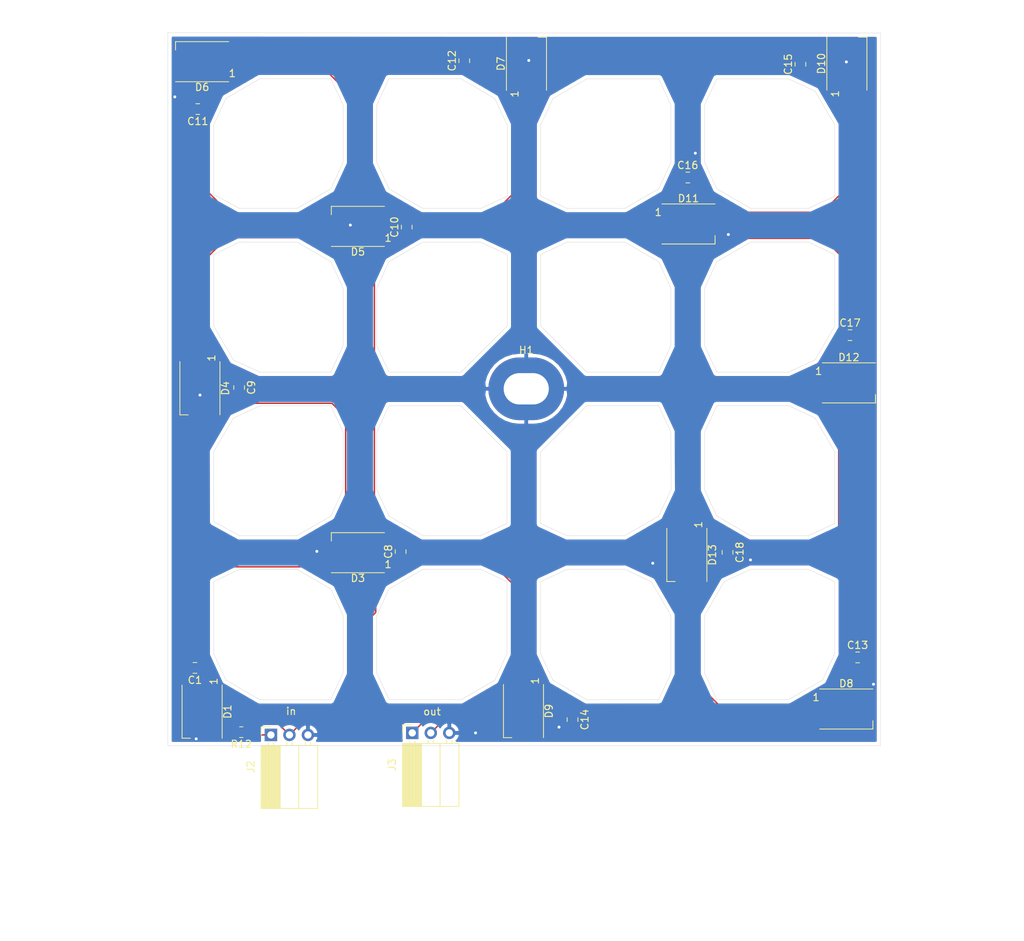
<source format=kicad_pcb>
(kicad_pcb (version 20171130) (host pcbnew "(5.1.8)-1")
  (layers (0 F.Cu signal) (31 B.Cu signal) (34 B.Paste user) (35 F.Paste user) (36 B.SilkS user) (37 F.SilkS user) (38 B.Mask user) (39 F.Mask user) (44 Edge.Cuts user))
  (net 0 "")
  (net 1 common_ground)
  (net 2 "Net-(D1-Pad2)")
  (net 3 DIN)
  (net 4 "Net-(D3-Pad2)")
  (net 5 "Net-(D4-Pad2)")
  (net 6 "Net-(D5-Pad2)")
  (net 7 "Net-(D6-Pad2)")
  (net 8 "Net-(D10-Pad4)")
  (net 9 "Net-(D8-Pad2)")
  (net 10 "Net-(D13-Pad2)")
  (net 11 din_next_layer)
  (net 12 "Net-(D10-Pad2)")
  (net 13 "Net-(D11-Pad2)")
  (net 14 "Net-(D12-Pad2)")
  (net 15 "Net-(J2-Pad1)")
  (net 16 5v_next_layer)
  (module Resistor_SMD:R_0805_2012Metric_Pad1.20x1.40mm_HandSolder (layer F.Cu) (at 95.8248 147.4216 180)
    (fp_text reference R12 (at 0 -1.65) (layer F.SilkS))
    (fp_text value 330)
    (pad 2 smd roundrect (at 1 0 180) (size 1.2 1.4) (layers F.Cu F.Paste F.Mask) (roundrect_rratio 0.208333) (net 3 DIN))
    (pad 1 smd roundrect (at -1 0 180) (size 1.2 1.4) (layers F.Cu F.Paste F.Mask) (roundrect_rratio 0.208333) (net 15 "Net-(J2-Pad1)"))
  )
  (module Connector_PinSocket_2.54mm:PinSocket_1x03_P2.54mm_Horizontal (layer F.Cu) (at 119.3038 147.5232 90)
    (fp_text reference J3 (at -4.38 -2.77 90) (layer F.SilkS))
    (fp_text value Conn_01x03)
    (pad 3 thru_hole oval (at 0 5.08 90) (size 1.7 1.7) (drill 1) (layers *.Cu *.Mask) (net 1 common_ground))
    (pad 2 thru_hole oval (at 0 2.54 90) (size 1.7 1.7) (drill 1) (layers *.Cu *.Mask) (net 16 5v_next_layer))
    (pad 1 thru_hole rect (at 0 0 90) (size 1.7 1.7) (drill 1) (layers *.Cu *.Mask) (net 11 din_next_layer))
  )
  (module Connector_PinSocket_2.54mm:PinSocket_1x03_P2.54mm_Horizontal (layer F.Cu) (at 99.8982 147.8026 90)
    (fp_text reference J2 (at -4.38 -2.77 90) (layer F.SilkS))
    (fp_text value Conn_01x03)
    (pad 3 thru_hole oval (at 0 5.08 90) (size 1.7 1.7) (drill 1) (layers *.Cu *.Mask) (net 1 common_ground))
    (pad 2 thru_hole oval (at 0 2.54 90) (size 1.7 1.7) (drill 1) (layers *.Cu *.Mask) (net 16 5v_next_layer))
    (pad 1 thru_hole rect (at 0 0 90) (size 1.7 1.7) (drill 1) (layers *.Cu *.Mask) (net 15 "Net-(J2-Pad1)"))
  )
  (module MountingHole:MountingHole_4.3x6.2mm_M4_Pad (layer F.Cu) (at 134.9502 100.2792)
    (fp_text reference H1 (at 0 -5.3) (layer F.SilkS))
    (fp_text value MountingHole_Pad)
    (pad 1 thru_hole oval (at 0 0) (size 10.4 8.6) (drill oval 6.2 4.3) (layers *.Cu *.Mask) (net 1 common_ground))
  )
  (module LED_SMD:LED_WS2812B_PLCC4_5.0x5.0mm_P3.2mm (layer F.Cu) (at 156.9974 123.0884 270)
    (fp_text reference D13 (at 0 -3.5 90) (layer F.SilkS))
    (fp_text value WS2812B)
    (fp_text user 1 (at -4.15 -1.6 90) (layer F.SilkS))
    (pad 1 smd rect (at -2.45 -1.6 270) (size 1.5 1) (layers F.Cu F.Paste F.Mask) (net 16 5v_next_layer))
    (pad 2 smd rect (at -2.45 1.6 270) (size 1.5 1) (layers F.Cu F.Paste F.Mask) (net 10 "Net-(D13-Pad2)"))
    (pad 4 smd rect (at 2.45 -1.6 270) (size 1.5 1) (layers F.Cu F.Paste F.Mask) (net 14 "Net-(D12-Pad2)"))
    (pad 3 smd rect (at 2.45 1.6 270) (size 1.5 1) (layers F.Cu F.Paste F.Mask) (net 1 common_ground))
  )
  (module LED_SMD:LED_WS2812B_PLCC4_5.0x5.0mm_P3.2mm (layer F.Cu) (at 179.2478 99.4664)
    (fp_text reference D12 (at 0 -3.5) (layer F.SilkS))
    (fp_text value WS2812B)
    (fp_text user 1 (at -4.15 -1.6) (layer F.SilkS))
    (pad 1 smd rect (at -2.45 -1.6) (size 1.5 1) (layers F.Cu F.Paste F.Mask) (net 16 5v_next_layer))
    (pad 2 smd rect (at -2.45 1.6) (size 1.5 1) (layers F.Cu F.Paste F.Mask) (net 14 "Net-(D12-Pad2)"))
    (pad 4 smd rect (at 2.45 -1.6) (size 1.5 1) (layers F.Cu F.Paste F.Mask) (net 13 "Net-(D11-Pad2)"))
    (pad 3 smd rect (at 2.45 1.6) (size 1.5 1) (layers F.Cu F.Paste F.Mask) (net 1 common_ground))
  )
  (module LED_SMD:LED_WS2812B_PLCC4_5.0x5.0mm_P3.2mm (layer F.Cu) (at 157.226 77.6478)
    (fp_text reference D11 (at 0 -3.5) (layer F.SilkS))
    (fp_text value WS2812B)
    (fp_text user 1 (at -4.15 -1.6) (layer F.SilkS))
    (pad 1 smd rect (at -2.45 -1.6) (size 1.5 1) (layers F.Cu F.Paste F.Mask) (net 16 5v_next_layer))
    (pad 2 smd rect (at -2.45 1.6) (size 1.5 1) (layers F.Cu F.Paste F.Mask) (net 13 "Net-(D11-Pad2)"))
    (pad 4 smd rect (at 2.45 -1.6) (size 1.5 1) (layers F.Cu F.Paste F.Mask) (net 12 "Net-(D10-Pad2)"))
    (pad 3 smd rect (at 2.45 1.6) (size 1.5 1) (layers F.Cu F.Paste F.Mask) (net 1 common_ground))
  )
  (module LED_SMD:LED_WS2812B_PLCC4_5.0x5.0mm_P3.2mm (layer F.Cu) (at 178.9684 55.626 90)
    (fp_text reference D10 (at 0 -3.5 90) (layer F.SilkS))
    (fp_text value WS2812B)
    (fp_text user 1 (at -4.15 -1.6 90) (layer F.SilkS))
    (pad 1 smd rect (at -2.45 -1.6 90) (size 1.5 1) (layers F.Cu F.Paste F.Mask) (net 16 5v_next_layer))
    (pad 2 smd rect (at -2.45 1.6 90) (size 1.5 1) (layers F.Cu F.Paste F.Mask) (net 12 "Net-(D10-Pad2)"))
    (pad 4 smd rect (at 2.45 -1.6 90) (size 1.5 1) (layers F.Cu F.Paste F.Mask) (net 8 "Net-(D10-Pad4)"))
    (pad 3 smd rect (at 2.45 1.6 90) (size 1.5 1) (layers F.Cu F.Paste F.Mask) (net 1 common_ground))
  )
  (module LED_SMD:LED_WS2812B_PLCC4_5.0x5.0mm_P3.2mm (layer F.Cu) (at 134.5692 144.526 270)
    (fp_text reference D9 (at 0 -3.5 90) (layer F.SilkS))
    (fp_text value WS2812B)
    (fp_text user 1 (at -4.15 -1.6 90) (layer F.SilkS))
    (pad 1 smd rect (at -2.45 -1.6 270) (size 1.5 1) (layers F.Cu F.Paste F.Mask) (net 16 5v_next_layer))
    (pad 2 smd rect (at -2.45 1.6 270) (size 1.5 1) (layers F.Cu F.Paste F.Mask) (net 11 din_next_layer))
    (pad 4 smd rect (at 2.45 -1.6 270) (size 1.5 1) (layers F.Cu F.Paste F.Mask) (net 9 "Net-(D8-Pad2)"))
    (pad 3 smd rect (at 2.45 1.6 270) (size 1.5 1) (layers F.Cu F.Paste F.Mask) (net 1 common_ground))
  )
  (module LED_SMD:LED_WS2812B_PLCC4_5.0x5.0mm_P3.2mm (layer F.Cu) (at 178.8922 144.2466)
    (fp_text reference D8 (at 0 -3.5) (layer F.SilkS))
    (fp_text value WS2812B)
    (fp_text user 1 (at -4.15 -1.6) (layer F.SilkS))
    (pad 1 smd rect (at -2.45 -1.6) (size 1.5 1) (layers F.Cu F.Paste F.Mask) (net 16 5v_next_layer))
    (pad 2 smd rect (at -2.45 1.6) (size 1.5 1) (layers F.Cu F.Paste F.Mask) (net 9 "Net-(D8-Pad2)"))
    (pad 4 smd rect (at 2.45 -1.6) (size 1.5 1) (layers F.Cu F.Paste F.Mask) (net 10 "Net-(D13-Pad2)"))
    (pad 3 smd rect (at 2.45 1.6) (size 1.5 1) (layers F.Cu F.Paste F.Mask) (net 1 common_ground))
  )
  (module LED_SMD:LED_WS2812B_PLCC4_5.0x5.0mm_P3.2mm (layer F.Cu) (at 134.9756 55.6514 90)
    (fp_text reference D7 (at 0 -3.5 90) (layer F.SilkS))
    (fp_text value WS2812B)
    (fp_text user 1 (at -4.15 -1.6 90) (layer F.SilkS))
    (pad 1 smd rect (at -2.45 -1.6 90) (size 1.5 1) (layers F.Cu F.Paste F.Mask) (net 16 5v_next_layer))
    (pad 2 smd rect (at -2.45 1.6 90) (size 1.5 1) (layers F.Cu F.Paste F.Mask) (net 8 "Net-(D10-Pad4)"))
    (pad 4 smd rect (at 2.45 -1.6 90) (size 1.5 1) (layers F.Cu F.Paste F.Mask) (net 7 "Net-(D6-Pad2)"))
    (pad 3 smd rect (at 2.45 1.6 90) (size 1.5 1) (layers F.Cu F.Paste F.Mask) (net 1 common_ground))
  )
  (module LED_SMD:LED_WS2812B_PLCC4_5.0x5.0mm_P3.2mm (layer F.Cu) (at 90.4494 55.372 180)
    (fp_text reference D6 (at 0 -3.5) (layer F.SilkS))
    (fp_text value WS2812B)
    (fp_text user 1 (at -4.15 -1.6) (layer F.SilkS))
    (pad 1 smd rect (at -2.45 -1.6 180) (size 1.5 1) (layers F.Cu F.Paste F.Mask) (net 16 5v_next_layer))
    (pad 2 smd rect (at -2.45 1.6 180) (size 1.5 1) (layers F.Cu F.Paste F.Mask) (net 7 "Net-(D6-Pad2)"))
    (pad 4 smd rect (at 2.45 -1.6 180) (size 1.5 1) (layers F.Cu F.Paste F.Mask) (net 6 "Net-(D5-Pad2)"))
    (pad 3 smd rect (at 2.45 1.6 180) (size 1.5 1) (layers F.Cu F.Paste F.Mask) (net 1 common_ground))
  )
  (module LED_SMD:LED_WS2812B_PLCC4_5.0x5.0mm_P3.2mm (layer F.Cu) (at 111.8362 77.978 180)
    (fp_text reference D5 (at 0 -3.5) (layer F.SilkS))
    (fp_text value WS2812B)
    (fp_text user 1 (at -4.15 -1.6) (layer F.SilkS))
    (pad 1 smd rect (at -2.45 -1.6 180) (size 1.5 1) (layers F.Cu F.Paste F.Mask) (net 16 5v_next_layer))
    (pad 2 smd rect (at -2.45 1.6 180) (size 1.5 1) (layers F.Cu F.Paste F.Mask) (net 6 "Net-(D5-Pad2)"))
    (pad 4 smd rect (at 2.45 -1.6 180) (size 1.5 1) (layers F.Cu F.Paste F.Mask) (net 5 "Net-(D4-Pad2)"))
    (pad 3 smd rect (at 2.45 1.6 180) (size 1.5 1) (layers F.Cu F.Paste F.Mask) (net 1 common_ground))
  )
  (module LED_SMD:LED_WS2812B_PLCC4_5.0x5.0mm_P3.2mm (layer F.Cu) (at 90.1446 100.203 270)
    (fp_text reference D4 (at 0 -3.5 90) (layer F.SilkS))
    (fp_text value WS2812B)
    (fp_text user 1 (at -4.15 -1.6 90) (layer F.SilkS))
    (pad 1 smd rect (at -2.45 -1.6 270) (size 1.5 1) (layers F.Cu F.Paste F.Mask) (net 16 5v_next_layer))
    (pad 2 smd rect (at -2.45 1.6 270) (size 1.5 1) (layers F.Cu F.Paste F.Mask) (net 5 "Net-(D4-Pad2)"))
    (pad 4 smd rect (at 2.45 -1.6 270) (size 1.5 1) (layers F.Cu F.Paste F.Mask) (net 4 "Net-(D3-Pad2)"))
    (pad 3 smd rect (at 2.45 1.6 270) (size 1.5 1) (layers F.Cu F.Paste F.Mask) (net 1 common_ground))
  )
  (module LED_SMD:LED_WS2812B_PLCC4_5.0x5.0mm_P3.2mm (layer F.Cu) (at 111.8362 122.7836 180)
    (fp_text reference D3 (at 0 -3.5) (layer F.SilkS))
    (fp_text value WS2812B)
    (fp_text user 1 (at -4.15 -1.6) (layer F.SilkS))
    (pad 1 smd rect (at -2.45 -1.6 180) (size 1.5 1) (layers F.Cu F.Paste F.Mask) (net 16 5v_next_layer))
    (pad 2 smd rect (at -2.45 1.6 180) (size 1.5 1) (layers F.Cu F.Paste F.Mask) (net 4 "Net-(D3-Pad2)"))
    (pad 4 smd rect (at 2.45 -1.6 180) (size 1.5 1) (layers F.Cu F.Paste F.Mask) (net 2 "Net-(D1-Pad2)"))
    (pad 3 smd rect (at 2.45 1.6 180) (size 1.5 1) (layers F.Cu F.Paste F.Mask) (net 1 common_ground))
  )
  (module LED_SMD:LED_WS2812B_PLCC4_5.0x5.0mm_P3.2mm (layer F.Cu) (at 90.4494 144.6022 270)
    (fp_text reference D1 (at 0 -3.5 90) (layer F.SilkS))
    (fp_text value WS2812B)
    (fp_text user 1 (at -4.15 -1.6 90) (layer F.SilkS))
    (pad 1 smd rect (at -2.45 -1.6 270) (size 1.5 1) (layers F.Cu F.Paste F.Mask) (net 16 5v_next_layer))
    (pad 2 smd rect (at -2.45 1.6 270) (size 1.5 1) (layers F.Cu F.Paste F.Mask) (net 2 "Net-(D1-Pad2)"))
    (pad 4 smd rect (at 2.45 -1.6 270) (size 1.5 1) (layers F.Cu F.Paste F.Mask) (net 3 DIN))
    (pad 3 smd rect (at 2.45 1.6 270) (size 1.5 1) (layers F.Cu F.Paste F.Mask) (net 1 common_ground))
  )
  (module Capacitor_SMD:C_0805_2012Metric_Pad1.18x1.45mm_HandSolder (layer F.Cu) (at 162.5854 122.7367 270)
    (fp_text reference C18 (at 0 -1.68 90) (layer F.SilkS))
    (fp_text value 100u)
    (pad 2 smd roundrect (at 1.0375 0 270) (size 1.175 1.45) (layers F.Cu F.Paste F.Mask) (roundrect_rratio 0.212766) (net 1 common_ground))
    (pad 1 smd roundrect (at -1.0375 0 270) (size 1.175 1.45) (layers F.Cu F.Paste F.Mask) (roundrect_rratio 0.212766) (net 16 5v_next_layer))
  )
  (module Capacitor_SMD:C_0805_2012Metric_Pad1.18x1.45mm_HandSolder (layer F.Cu) (at 179.4041 92.9132)
    (fp_text reference C17 (at 0 -1.68) (layer F.SilkS))
    (fp_text value 100u)
    (pad 2 smd roundrect (at 1.0375 0) (size 1.175 1.45) (layers F.Cu F.Paste F.Mask) (roundrect_rratio 0.212766) (net 1 common_ground))
    (pad 1 smd roundrect (at -1.0375 0) (size 1.175 1.45) (layers F.Cu F.Paste F.Mask) (roundrect_rratio 0.212766) (net 16 5v_next_layer))
  )
  (module Capacitor_SMD:C_0805_2012Metric_Pad1.18x1.45mm_HandSolder (layer F.Cu) (at 157.1283 71.2724)
    (fp_text reference C16 (at 0 -1.68) (layer F.SilkS))
    (fp_text value 100u)
    (pad 2 smd roundrect (at 1.0375 0) (size 1.175 1.45) (layers F.Cu F.Paste F.Mask) (roundrect_rratio 0.212766) (net 1 common_ground))
    (pad 1 smd roundrect (at -1.0375 0) (size 1.175 1.45) (layers F.Cu F.Paste F.Mask) (roundrect_rratio 0.212766) (net 16 5v_next_layer))
  )
  (module Capacitor_SMD:C_0805_2012Metric_Pad1.18x1.45mm_HandSolder (layer F.Cu) (at 172.593 55.7237 90)
    (fp_text reference C15 (at 0 -1.68 90) (layer F.SilkS))
    (fp_text value 100u)
    (pad 2 smd roundrect (at 1.0375 0 90) (size 1.175 1.45) (layers F.Cu F.Paste F.Mask) (roundrect_rratio 0.212766) (net 1 common_ground))
    (pad 1 smd roundrect (at -1.0375 0 90) (size 1.175 1.45) (layers F.Cu F.Paste F.Mask) (roundrect_rratio 0.212766) (net 16 5v_next_layer))
  )
  (module Capacitor_SMD:C_0805_2012Metric_Pad1.18x1.45mm_HandSolder (layer F.Cu) (at 141.3002 145.6944 270)
    (fp_text reference C14 (at 0 -1.68 90) (layer F.SilkS))
    (fp_text value 100u)
    (pad 2 smd roundrect (at 1.0375 0 270) (size 1.175 1.45) (layers F.Cu F.Paste F.Mask) (roundrect_rratio 0.212766) (net 1 common_ground))
    (pad 1 smd roundrect (at -1.0375 0 270) (size 1.175 1.45) (layers F.Cu F.Paste F.Mask) (roundrect_rratio 0.212766) (net 16 5v_next_layer))
  )
  (module Capacitor_SMD:C_0805_2012Metric_Pad1.18x1.45mm_HandSolder (layer F.Cu) (at 180.4455 137.16)
    (fp_text reference C13 (at 0 -1.68) (layer F.SilkS))
    (fp_text value 100u)
    (pad 2 smd roundrect (at 1.0375 0) (size 1.175 1.45) (layers F.Cu F.Paste F.Mask) (roundrect_rratio 0.212766) (net 1 common_ground))
    (pad 1 smd roundrect (at -1.0375 0) (size 1.175 1.45) (layers F.Cu F.Paste F.Mask) (roundrect_rratio 0.212766) (net 16 5v_next_layer))
  )
  (module Capacitor_SMD:C_0805_2012Metric_Pad1.18x1.45mm_HandSolder (layer F.Cu) (at 126.4412 55.2411 90)
    (fp_text reference C12 (at 0 -1.68 90) (layer F.SilkS))
    (fp_text value 100u)
    (pad 2 smd roundrect (at 1.0375 0 90) (size 1.175 1.45) (layers F.Cu F.Paste F.Mask) (roundrect_rratio 0.212766) (net 1 common_ground))
    (pad 1 smd roundrect (at -1.0375 0 90) (size 1.175 1.45) (layers F.Cu F.Paste F.Mask) (roundrect_rratio 0.212766) (net 16 5v_next_layer))
  )
  (module Capacitor_SMD:C_0805_2012Metric_Pad1.18x1.45mm_HandSolder (layer F.Cu) (at 89.8613 61.8744 180)
    (fp_text reference C11 (at 0 -1.68) (layer F.SilkS))
    (fp_text value 100u)
    (pad 2 smd roundrect (at 1.0375 0 180) (size 1.175 1.45) (layers F.Cu F.Paste F.Mask) (roundrect_rratio 0.212766) (net 1 common_ground))
    (pad 1 smd roundrect (at -1.0375 0 180) (size 1.175 1.45) (layers F.Cu F.Paste F.Mask) (roundrect_rratio 0.212766) (net 16 5v_next_layer))
  )
  (module Capacitor_SMD:C_0805_2012Metric_Pad1.18x1.45mm_HandSolder (layer F.Cu) (at 118.5418 78.0757 90)
    (fp_text reference C10 (at 0 -1.68 90) (layer F.SilkS))
    (fp_text value 100u)
    (pad 2 smd roundrect (at 1.0375 0 90) (size 1.175 1.45) (layers F.Cu F.Paste F.Mask) (roundrect_rratio 0.212766) (net 1 common_ground))
    (pad 1 smd roundrect (at -1.0375 0 90) (size 1.175 1.45) (layers F.Cu F.Paste F.Mask) (roundrect_rratio 0.212766) (net 16 5v_next_layer))
  )
  (module Capacitor_SMD:C_0805_2012Metric_Pad1.18x1.45mm_HandSolder (layer F.Cu) (at 95.5294 100.1053 270)
    (fp_text reference C9 (at 0 -1.68 90) (layer F.SilkS))
    (fp_text value 100u)
    (pad 2 smd roundrect (at 1.0375 0 270) (size 1.175 1.45) (layers F.Cu F.Paste F.Mask) (roundrect_rratio 0.212766) (net 1 common_ground))
    (pad 1 smd roundrect (at -1.0375 0 270) (size 1.175 1.45) (layers F.Cu F.Paste F.Mask) (roundrect_rratio 0.212766) (net 16 5v_next_layer))
  )
  (module Capacitor_SMD:C_0805_2012Metric_Pad1.18x1.45mm_HandSolder (layer F.Cu) (at 117.7036 122.6312 90)
    (fp_text reference C8 (at 0 -1.68 90) (layer F.SilkS))
    (fp_text value 100u)
    (pad 2 smd roundrect (at 1.0375 0 90) (size 1.175 1.45) (layers F.Cu F.Paste F.Mask) (roundrect_rratio 0.212766) (net 1 common_ground))
    (pad 1 smd roundrect (at -1.0375 0 90) (size 1.175 1.45) (layers F.Cu F.Paste F.Mask) (roundrect_rratio 0.212766) (net 16 5v_next_layer))
  )
  (module Capacitor_SMD:C_0805_2012Metric_Pad1.18x1.45mm_HandSolder (layer F.Cu) (at 89.4625 138.6 180)
    (fp_text reference C1 (at 0 -1.68) (layer F.SilkS))
    (fp_text value 100u)
    (pad 1 smd roundrect (at -1.0375 0 180) (size 1.175 1.45) (layers F.Cu F.Paste F.Mask) (roundrect_rratio 0.212766) (net 16 5v_next_layer))
    (pad 2 smd roundrect (at 1.0375 0 180) (size 1.175 1.45) (layers F.Cu F.Paste F.Mask) (roundrect_rratio 0.212766) (net 1 common_ground))
  )
  (gr_text out (at 122.0216 144.6022) (layer F.SilkS) (effects (font (size 1 1))))
  (gr_text "in\n" (at 102.6668 144.5514) (layer F.SilkS) (effects (font (size 1 1))))
  (gr_line (start 92.0496 81.8388) (end 92.0496 91.6686) (layer Edge.Cuts) (width 0.05))
  (gr_line (start 92.0496 81.8388) (end 95.5548 80.137) (layer Edge.Cuts) (width 0.05))
  (gr_line (start 92.0496 73.5838) (end 92.0496 64.0334) (layer Edge.Cuts) (width 0.05))
  (gr_line (start 95.5548 75.5142) (end 92.0496 73.5838) (layer Edge.Cuts) (width 0.05))
  (gr_line (start 108.1278 57.7088) (end 98.3742 57.7088) (layer Edge.Cuts) (width 0.05))
  (gr_line (start 109.8042 61.2902) (end 108.1278 57.7088) (layer Edge.Cuts) (width 0.05))
  (gr_line (start 109.8042 69.1896) (end 109.8042 61.2902) (layer Edge.Cuts) (width 0.05))
  (gr_line (start 108.1278 72.8218) (end 109.8042 69.1896) (layer Edge.Cuts) (width 0.05))
  (gr_line (start 103.4796 75.5142) (end 108.1278 72.8218) (layer Edge.Cuts) (width 0.05))
  (gr_line (start 95.5548 75.5142) (end 103.4796 75.5142) (layer Edge.Cuts) (width 0.05))
  (gr_line (start 103.4796 80.137) (end 95.5548 80.137) (layer Edge.Cuts) (width 0.05))
  (gr_line (start 108.1278 82.8294) (end 103.4796 80.137) (layer Edge.Cuts) (width 0.05))
  (gr_line (start 109.8042 86.4616) (end 108.1278 82.8294) (layer Edge.Cuts) (width 0.05))
  (gr_line (start 109.8042 94.361) (end 109.8042 86.4616) (layer Edge.Cuts) (width 0.05))
  (gr_line (start 116.1034 97.9932) (end 125.984 97.9932) (layer Edge.Cuts) (width 0.05))
  (gr_line (start 108.1278 97.9932) (end 98.3488 97.9932) (layer Edge.Cuts) (width 0.05))
  (gr_line (start 109.8042 94.361) (end 108.1278 97.9932) (layer Edge.Cuts) (width 0.05))
  (gr_line (start 116.1034 57.7088) (end 125.984 57.7088) (layer Edge.Cuts) (width 0.05))
  (gr_line (start 114.427 61.2902) (end 116.1034 57.7088) (layer Edge.Cuts) (width 0.05))
  (gr_line (start 114.427 69.1896) (end 114.427 61.2902) (layer Edge.Cuts) (width 0.05))
  (gr_line (start 116.1034 72.8218) (end 114.427 69.1896) (layer Edge.Cuts) (width 0.05))
  (gr_line (start 120.7516 75.5142) (end 116.1034 72.8218) (layer Edge.Cuts) (width 0.05))
  (gr_line (start 128.6764 75.5142) (end 120.7516 75.5142) (layer Edge.Cuts) (width 0.05))
  (gr_line (start 132.334 64.0588) (end 132.334 73.8378) (layer Edge.Cuts) (width 0.05))
  (gr_line (start 128.6764 75.5142) (end 132.334 73.8378) (layer Edge.Cuts) (width 0.05))
  (gr_line (start 132.334 81.8388) (end 132.334 91.6686) (layer Edge.Cuts) (width 0.05))
  (gr_line (start 128.6764 80.137) (end 132.334 81.8388) (layer Edge.Cuts) (width 0.05))
  (gr_line (start 120.7516 80.137) (end 128.6764 80.137) (layer Edge.Cuts) (width 0.05))
  (gr_line (start 116.1034 82.8294) (end 120.7516 80.137) (layer Edge.Cuts) (width 0.05))
  (gr_line (start 114.427 86.4616) (end 116.1034 82.8294) (layer Edge.Cuts) (width 0.05))
  (gr_line (start 114.427 94.361) (end 114.427 86.4616) (layer Edge.Cuts) (width 0.05))
  (gr_line (start 116.1034 97.9932) (end 114.427 94.361) (layer Edge.Cuts) (width 0.05))
  (gr_line (start 153.1366 57.7342) (end 143.256 57.7342) (layer Edge.Cuts) (width 0.05))
  (gr_line (start 154.813 61.2902) (end 153.1366 57.7342) (layer Edge.Cuts) (width 0.05))
  (gr_line (start 154.813 69.1896) (end 154.813 61.2902) (layer Edge.Cuts) (width 0.05))
  (gr_line (start 153.1366 72.8218) (end 154.813 69.1896) (layer Edge.Cuts) (width 0.05))
  (gr_line (start 148.4884 75.5142) (end 153.1366 72.8218) (layer Edge.Cuts) (width 0.05))
  (gr_line (start 140.5636 75.5142) (end 148.4884 75.5142) (layer Edge.Cuts) (width 0.05))
  (gr_line (start 136.9314 73.8378) (end 136.9314 64.0588) (layer Edge.Cuts) (width 0.05))
  (gr_line (start 140.5636 75.5142) (end 136.9314 73.8378) (layer Edge.Cuts) (width 0.05))
  (gr_line (start 161.1122 57.7342) (end 170.9674 57.7342) (layer Edge.Cuts) (width 0.05))
  (gr_line (start 159.4358 61.2902) (end 161.1122 57.7342) (layer Edge.Cuts) (width 0.05))
  (gr_line (start 159.4358 69.1896) (end 159.4358 61.2902) (layer Edge.Cuts) (width 0.05))
  (gr_line (start 161.1122 72.8218) (end 159.4358 69.1896) (layer Edge.Cuts) (width 0.05))
  (gr_line (start 165.7604 75.5142) (end 161.1122 72.8218) (layer Edge.Cuts) (width 0.05))
  (gr_line (start 173.6852 75.5142) (end 165.7604 75.5142) (layer Edge.Cuts) (width 0.05))
  (gr_line (start 177.3174 73.8378) (end 177.3174 64.0588) (layer Edge.Cuts) (width 0.05))
  (gr_line (start 173.6852 75.5142) (end 177.3174 73.8378) (layer Edge.Cuts) (width 0.05))
  (gr_line (start 153.1366 97.9932) (end 143.256 97.9932) (layer Edge.Cuts) (width 0.05))
  (gr_line (start 161.1122 97.9932) (end 170.9674 97.9932) (layer Edge.Cuts) (width 0.05))
  (gr_line (start 136.9314 81.8388) (end 136.9314 91.6686) (layer Edge.Cuts) (width 0.05))
  (gr_line (start 136.9314 81.8388) (end 140.5636 80.137) (layer Edge.Cuts) (width 0.05))
  (gr_line (start 148.4884 80.137) (end 140.5636 80.137) (layer Edge.Cuts) (width 0.05))
  (gr_line (start 153.1366 82.8294) (end 148.4884 80.137) (layer Edge.Cuts) (width 0.05))
  (gr_line (start 154.813 86.4616) (end 153.1366 82.8294) (layer Edge.Cuts) (width 0.05))
  (gr_line (start 154.813 94.361) (end 154.813 86.4616) (layer Edge.Cuts) (width 0.05))
  (gr_line (start 153.1366 97.9932) (end 154.813 94.361) (layer Edge.Cuts) (width 0.05))
  (gr_line (start 177.3174 81.8388) (end 177.3174 91.6686) (layer Edge.Cuts) (width 0.05))
  (gr_line (start 173.6852 80.137) (end 177.3174 81.8388) (layer Edge.Cuts) (width 0.05))
  (gr_line (start 165.7604 80.137) (end 173.6852 80.137) (layer Edge.Cuts) (width 0.05))
  (gr_line (start 161.1122 82.8294) (end 165.7604 80.137) (layer Edge.Cuts) (width 0.05))
  (gr_line (start 159.4358 86.4616) (end 161.1122 82.8294) (layer Edge.Cuts) (width 0.05))
  (gr_line (start 159.4358 94.361) (end 159.4358 86.4616) (layer Edge.Cuts) (width 0.05))
  (gr_line (start 161.1122 97.9932) (end 159.4358 94.361) (layer Edge.Cuts) (width 0.05))
  (gr_line (start 132.3086 118.7704) (end 132.3086 108.9406) (layer Edge.Cuts) (width 0.05))
  (gr_line (start 132.3086 126.746) (end 132.3086 136.652) (layer Edge.Cuts) (width 0.05))
  (gr_line (start 125.984 142.9766) (end 130.6322 140.2842) (layer Edge.Cuts) (width 0.05))
  (gr_line (start 130.6322 140.2842) (end 132.3086 136.652) (layer Edge.Cuts) (width 0.05))
  (gr_line (start 93.726 140.2842) (end 92.0496 136.652) (layer Edge.Cuts) (width 0.05))
  (gr_line (start 98.3742 142.9766) (end 93.726 140.2842) (layer Edge.Cuts) (width 0.05))
  (gr_line (start 108.077 142.9766) (end 98.3742 142.9766) (layer Edge.Cuts) (width 0.05))
  (gr_line (start 92.0496 126.746) (end 92.0496 136.652) (layer Edge.Cuts) (width 0.05))
  (gr_line (start 92.0496 126.746) (end 95.5548 125.0696) (layer Edge.Cuts) (width 0.05))
  (gr_line (start 103.4796 125.0696) (end 95.5548 125.0696) (layer Edge.Cuts) (width 0.05))
  (gr_line (start 108.1278 127.762) (end 103.4796 125.0696) (layer Edge.Cuts) (width 0.05))
  (gr_line (start 109.8042 131.3942) (end 108.1278 127.762) (layer Edge.Cuts) (width 0.05))
  (gr_line (start 109.8042 139.2936) (end 109.8042 131.3942) (layer Edge.Cuts) (width 0.05))
  (gr_line (start 109.8042 139.2936) (end 108.077 142.9766) (layer Edge.Cuts) (width 0.05))
  (gr_line (start 92.0496 118.5164) (end 92.0242 108.9406) (layer Edge.Cuts) (width 0.05))
  (gr_line (start 95.5548 120.4468) (end 92.0496 118.5164) (layer Edge.Cuts) (width 0.05))
  (gr_line (start 103.4796 120.4468) (end 95.5548 120.4468) (layer Edge.Cuts) (width 0.05))
  (gr_line (start 108.1278 117.7544) (end 103.4796 120.4468) (layer Edge.Cuts) (width 0.05))
  (gr_line (start 109.8042 114.1222) (end 108.1278 117.7544) (layer Edge.Cuts) (width 0.05))
  (gr_line (start 109.8042 106.2228) (end 109.8042 114.1222) (layer Edge.Cuts) (width 0.05))
  (gr_line (start 108.1278 102.616) (end 98.3742 102.616) (layer Edge.Cuts) (width 0.05))
  (gr_line (start 109.8042 106.2228) (end 108.1278 102.616) (layer Edge.Cuts) (width 0.05))
  (gr_line (start 116.1288 142.9512) (end 125.984 142.9766) (layer Edge.Cuts) (width 0.05))
  (gr_line (start 114.427 139.2936) (end 116.1288 142.9512) (layer Edge.Cuts) (width 0.05))
  (gr_line (start 114.427 131.3942) (end 114.427 139.2936) (layer Edge.Cuts) (width 0.05))
  (gr_line (start 116.1034 127.762) (end 114.427 131.3942) (layer Edge.Cuts) (width 0.05))
  (gr_line (start 120.7516 125.0696) (end 116.1034 127.762) (layer Edge.Cuts) (width 0.05))
  (gr_line (start 116.1034 102.616) (end 125.984 102.616) (layer Edge.Cuts) (width 0.05))
  (gr_line (start 114.427 106.2228) (end 116.1034 102.616) (layer Edge.Cuts) (width 0.05))
  (gr_line (start 114.427 114.1222) (end 114.427 106.2228) (layer Edge.Cuts) (width 0.05))
  (gr_line (start 116.1034 117.7544) (end 114.427 114.1222) (layer Edge.Cuts) (width 0.05))
  (gr_line (start 120.7516 120.4468) (end 116.1034 117.7544) (layer Edge.Cuts) (width 0.05))
  (gr_line (start 128.6764 125.0696) (end 120.7516 125.0696) (layer Edge.Cuts) (width 0.05))
  (gr_line (start 128.6764 120.4468) (end 120.7516 120.4468) (layer Edge.Cuts) (width 0.05))
  (gr_line (start 132.3086 118.7704) (end 128.6764 120.4468) (layer Edge.Cuts) (width 0.05))
  (gr_line (start 132.3086 126.746) (end 128.6764 125.0696) (layer Edge.Cuts) (width 0.05))
  (gr_line (start 85.7504 60.4012) (end 85.7504 51.4096) (layer Edge.Cuts) (width 0.05))
  (gr_line (start 183.5912 51.435) (end 174.5996 51.435) (layer Edge.Cuts) (width 0.05))
  (gr_line (start 183.5912 105.3084) (end 183.5912 95.3008) (layer Edge.Cuts) (width 0.05))
  (gr_line (start 183.5912 60.4266) (end 183.5912 51.435) (layer Edge.Cuts) (width 0.05))
  (gr_line (start 139.6238 51.435) (end 129.6162 51.435) (layer Edge.Cuts) (width 0.05))
  (gr_line (start 94.742 51.4096) (end 85.7504 51.4096) (layer Edge.Cuts) (width 0.05))
  (gr_line (start 85.7504 105.3084) (end 85.7504 95.3008) (layer Edge.Cuts) (width 0.05))
  (gr_line (start 86.106 149.2758) (end 85.7504 149.2758) (layer Edge.Cuts) (width 0.05))
  (gr_line (start 85.7504 140.2842) (end 85.7504 149.2758) (layer Edge.Cuts) (width 0.05))
  (gr_line (start 94.742 149.2758) (end 86.106 149.2758) (layer Edge.Cuts) (width 0.05))
  (gr_line (start 139.6238 149.2758) (end 129.6162 149.2758) (layer Edge.Cuts) (width 0.05))
  (gr_line (start 183.5912 149.2758) (end 183.5912 140.2842) (layer Edge.Cuts) (width 0.05))
  (gr_line (start 174.5996 149.2758) (end 183.5912 149.2758) (layer Edge.Cuts) (width 0.05))
  (gr_line (start 183.5912 105.3084) (end 183.5912 140.2842) (layer Edge.Cuts) (width 0.05))
  (gr_line (start 183.5912 60.4266) (end 183.5912 95.3008) (layer Edge.Cuts) (width 0.05))
  (gr_line (start 139.6238 51.435) (end 174.5996 51.435) (layer Edge.Cuts) (width 0.05))
  (gr_line (start 94.742 51.4096) (end 129.6162 51.435) (layer Edge.Cuts) (width 0.05))
  (gr_line (start 85.7504 95.3008) (end 85.7504 60.4012) (layer Edge.Cuts) (width 0.05))
  (gr_line (start 85.7504 140.2842) (end 85.7504 105.3084) (layer Edge.Cuts) (width 0.05))
  (gr_line (start 129.6162 149.2758) (end 94.742 149.2758) (layer Edge.Cuts) (width 0.05))
  (gr_line (start 139.6238 149.2758) (end 174.5996 149.2758) (layer Edge.Cuts) (width 0.05))
  (gr_line (start 148.4884 120.4468) (end 153.1366 117.7544) (layer Edge.Cuts) (width 0.05))
  (gr_line (start 165.7604 120.4468) (end 161.1122 117.7544) (layer Edge.Cuts) (width 0.05))
  (gr_line (start 159.4358 131.3942) (end 162.1282 126.746) (layer Edge.Cuts) (width 0.05))
  (gr_line (start 152.1206 126.746) (end 154.813 131.3942) (layer Edge.Cuts) (width 0.05))
  (gr_line (start 161.1122 142.9512) (end 170.9674 142.9512) (layer Edge.Cuts) (width 0.05))
  (gr_line (start 143.256 142.9766) (end 153.1366 142.9512) (layer Edge.Cuts) (width 0.05))
  (gr_line (start 136.906 126.746) (end 136.906 136.6012) (layer Edge.Cuts) (width 0.05))
  (gr_line (start 136.906 108.9406) (end 136.906 118.7704) (layer Edge.Cuts) (width 0.05))
  (gr_line (start 153.1366 102.5906) (end 143.256 102.5906) (layer Edge.Cuts) (width 0.05))
  (gr_line (start 161.1122 102.5906) (end 170.9674 102.5906) (layer Edge.Cuts) (width 0.05))
  (gr_line (start 177.3174 126.746) (end 177.3174 136.652) (layer Edge.Cuts) (width 0.05))
  (gr_line (start 177.3174 108.9406) (end 177.3174 118.7704) (layer Edge.Cuts) (width 0.05))
  (gr_line (start 159.4358 106.2228) (end 159.4358 114.1222) (layer Edge.Cuts) (width 0.05))
  (gr_line (start 161.1122 102.5906) (end 159.4358 106.2228) (layer Edge.Cuts) (width 0.05))
  (gr_line (start 154.813 106.2228) (end 154.8384 114.1222) (layer Edge.Cuts) (width 0.05))
  (gr_line (start 153.1366 102.5906) (end 154.813 106.2228) (layer Edge.Cuts) (width 0.05))
  (gr_line (start 153.1366 117.7544) (end 154.8384 114.1222) (layer Edge.Cuts) (width 0.05))
  (gr_line (start 161.1122 117.7544) (end 159.4358 114.1222) (layer Edge.Cuts) (width 0.05))
  (gr_line (start 173.6852 125.0696) (end 165.7604 125.0696) (layer Edge.Cuts) (width 0.05))
  (gr_line (start 177.3174 126.746) (end 173.6852 125.0696) (layer Edge.Cuts) (width 0.05))
  (gr_line (start 173.6852 120.4468) (end 165.7604 120.4468) (layer Edge.Cuts) (width 0.05))
  (gr_line (start 177.3174 118.7704) (end 173.6852 120.4468) (layer Edge.Cuts) (width 0.05))
  (gr_line (start 162.1282 126.746) (end 165.7604 125.0696) (layer Edge.Cuts) (width 0.05))
  (gr_line (start 154.813 139.319) (end 154.813 131.3942) (layer Edge.Cuts) (width 0.05))
  (gr_line (start 153.1366 142.9512) (end 154.813 139.319) (layer Edge.Cuts) (width 0.05))
  (gr_line (start 159.4358 139.319) (end 159.4358 131.3942) (layer Edge.Cuts) (width 0.05))
  (gr_line (start 161.1122 142.9512) (end 159.4358 139.319) (layer Edge.Cuts) (width 0.05))
  (gr_line (start 140.5382 120.4468) (end 148.4884 120.4468) (layer Edge.Cuts) (width 0.05))
  (gr_line (start 136.906 118.7704) (end 140.5382 120.4468) (layer Edge.Cuts) (width 0.05))
  (gr_line (start 140.5382 125.0696) (end 148.4884 125.0696) (layer Edge.Cuts) (width 0.05))
  (gr_line (start 136.906 126.746) (end 140.5382 125.0696) (layer Edge.Cuts) (width 0.05))
  (gr_line (start 152.1206 126.746) (end 148.4884 125.0696) (layer Edge.Cuts) (width 0.05))
  (gr_line (start 132.334 91.6686) (end 125.984 97.9932) (layer Edge.Cuts) (width 0.05))
  (gr_line (start 143.256 97.9932) (end 136.9314 91.6686) (layer Edge.Cuts) (width 0.05))
  (gr_line (start 143.256 102.5906) (end 136.906 108.9406) (layer Edge.Cuts) (width 0.05))
  (gr_line (start 125.984 102.616) (end 132.3086 108.9406) (layer Edge.Cuts) (width 0.05))
  (gr_line (start 92.0242 108.9406) (end 94.742 104.2924) (layer Edge.Cuts) (width 0.05))
  (gr_line (start 92.0496 91.6686) (end 94.742 96.3168) (layer Edge.Cuts) (width 0.05))
  (gr_line (start 98.3742 57.7088) (end 93.726 60.4012) (layer Edge.Cuts) (width 0.05))
  (gr_line (start 130.6322 60.4266) (end 125.984 57.7088) (layer Edge.Cuts) (width 0.05))
  (gr_line (start 143.256 57.7342) (end 138.6078 60.4266) (layer Edge.Cuts) (width 0.05))
  (gr_line (start 177.3174 64.0588) (end 174.5996 59.4106) (layer Edge.Cuts) (width 0.05))
  (gr_line (start 177.3174 91.6686) (end 174.5996 96.3168) (layer Edge.Cuts) (width 0.05))
  (gr_line (start 177.3174 108.9406) (end 174.5996 104.2924) (layer Edge.Cuts) (width 0.05))
  (gr_line (start 170.9674 142.9512) (end 175.6156 140.2842) (layer Edge.Cuts) (width 0.05))
  (gr_line (start 138.6078 140.2842) (end 143.256 142.9766) (layer Edge.Cuts) (width 0.05))
  (gr_line (start 174.5996 59.4106) (end 170.9674 57.7342) (layer Edge.Cuts) (width 0.05))
  (gr_line (start 93.726 60.4012) (end 92.0496 64.0334) (layer Edge.Cuts) (width 0.05))
  (gr_line (start 130.6322 60.4266) (end 132.334 64.0588) (layer Edge.Cuts) (width 0.05))
  (gr_line (start 138.6078 60.4266) (end 136.9314 64.0588) (layer Edge.Cuts) (width 0.05))
  (gr_line (start 94.742 96.3168) (end 98.3488 97.9932) (layer Edge.Cuts) (width 0.05))
  (gr_line (start 94.742 104.2924) (end 98.3742 102.616) (layer Edge.Cuts) (width 0.05))
  (gr_line (start 174.5996 96.3168) (end 170.9674 97.9932) (layer Edge.Cuts) (width 0.05))
  (gr_line (start 174.5996 104.2924) (end 170.9674 102.5906) (layer Edge.Cuts) (width 0.05))
  (gr_line (start 138.6078 140.2842) (end 136.906 136.6012) (layer Edge.Cuts) (width 0.05))
  (gr_line (start 175.6156 140.2842) (end 177.3174 136.652) (layer Edge.Cuts) (width 0.05))
  (segment (start 88.8494 147.0522) (end 88.8494 147.5488) (width 0.2) (layer F.Cu) (net 1))
  (segment (start 88.8494 147.5488) (end 89.6366 148.336) (width 0.2) (layer F.Cu) (net 1))
  (segment (start 89.6366 148.336) (end 89.6366 148.336) (width 0.2) (layer F.Cu) (net 1))
  (via (at 89.6366 148.336) (size 0.8) (drill 0.4) (layers F.Cu B.Cu) (net 1))
  (segment (start 124.3838 147.5232) (end 127.9906 147.5232) (width 0.2) (layer F.Cu) (net 1))
  (segment (start 127.9906 147.5232) (end 127.9906 147.5232) (width 0.2) (layer F.Cu) (net 1))
  (via (at 127.9906 147.5232) (size 0.8) (drill 0.4) (layers F.Cu B.Cu) (net 1))
  (segment (start 132.422 147.5232) (end 132.9692 146.976) (width 0.2) (layer F.Cu) (net 1))
  (segment (start 127.9906 147.5232) (end 132.422 147.5232) (width 0.2) (layer F.Cu) (net 1))
  (segment (start 141.3002 146.7319) (end 139.4499 146.7319) (width 0.2) (layer F.Cu) (net 1))
  (segment (start 139.4499 146.7319) (end 139.4499 146.7319) (width 0.2) (layer F.Cu) (net 1))
  (via (at 139.4499 146.7319) (size 0.8) (drill 0.4) (layers F.Cu B.Cu) (net 1))
  (segment (start 181.3422 145.8466) (end 182.626 144.5628) (width 0.2) (layer F.Cu) (net 1))
  (segment (start 182.626 144.5628) (end 182.626 140.843) (width 0.2) (layer F.Cu) (net 1))
  (segment (start 182.626 140.843) (end 182.626 140.843) (width 0.2) (layer F.Cu) (net 1))
  (via (at 182.626 140.843) (size 0.8) (drill 0.4) (layers F.Cu B.Cu) (net 1))
  (segment (start 181.483 139.7) (end 182.626 140.843) (width 0.2) (layer F.Cu) (net 1))
  (segment (start 181.483 137.16) (end 181.483 139.7) (width 0.2) (layer F.Cu) (net 1))
  (segment (start 162.5854 123.7742) (end 165.735 123.7742) (width 0.2) (layer F.Cu) (net 1))
  (segment (start 165.735 123.7742) (end 165.735 123.7742) (width 0.2) (layer F.Cu) (net 1))
  (via (at 165.735 123.7742) (size 0.8) (drill 0.4) (layers F.Cu B.Cu) (net 1))
  (segment (start 117.7036 121.5937) (end 149.6861 121.5937) (width 0.2) (layer F.Cu) (net 1))
  (segment (start 149.6861 121.5937) (end 152.3238 124.2314) (width 0.2) (layer F.Cu) (net 1))
  (segment (start 152.3238 124.2314) (end 152.3238 124.2314) (width 0.2) (layer F.Cu) (net 1))
  (via (at 152.3238 124.2314) (size 0.8) (drill 0.4) (layers F.Cu B.Cu) (net 1))
  (segment (start 153.6308 125.5384) (end 152.3238 124.2314) (width 0.2) (layer F.Cu) (net 1))
  (segment (start 155.3974 125.5384) (end 153.6308 125.5384) (width 0.2) (layer F.Cu) (net 1))
  (segment (start 181.6978 101.0664) (end 180.3 99.6686) (width 0.2) (layer F.Cu) (net 1))
  (segment (start 180.3 93.0548) (end 180.4416 92.9132) (width 0.2) (layer F.Cu) (net 1))
  (segment (start 180.3 99.6686) (end 180.3 93.0548) (width 0.2) (layer F.Cu) (net 1))
  (segment (start 180.4416 92.9132) (end 180.4416 83.6416) (width 0.2) (layer F.Cu) (net 1))
  (segment (start 180.4416 83.6416) (end 175.9 79.1) (width 0.2) (layer F.Cu) (net 1))
  (segment (start 175.9 79.1) (end 162.7 79.1) (width 0.2) (layer F.Cu) (net 1))
  (segment (start 162.7 79.1) (end 162.6 79.1) (width 0.2) (layer F.Cu) (net 1))
  (via (at 162.7 79.1) (size 0.8) (drill 0.4) (layers F.Cu B.Cu) (net 1))
  (segment (start 159.8238 79.1) (end 159.676 79.2478) (width 0.2) (layer F.Cu) (net 1))
  (segment (start 162.7 79.1) (end 159.8238 79.1) (width 0.2) (layer F.Cu) (net 1))
  (segment (start 158.1658 71.2724) (end 158.1658 67.9342) (width 0.2) (layer F.Cu) (net 1))
  (segment (start 158.1658 67.9342) (end 158.1658 67.9342) (width 0.2) (layer F.Cu) (net 1))
  (via (at 158.1658 67.9342) (size 0.8) (drill 0.4) (layers F.Cu B.Cu) (net 1))
  (segment (start 180.5684 53.176) (end 180.5684 53.7316) (width 0.2) (layer F.Cu) (net 1))
  (segment (start 180.5684 53.7316) (end 178.9 55.4) (width 0.2) (layer F.Cu) (net 1))
  (segment (start 178.9 55.4) (end 178.9 55.4) (width 0.2) (layer F.Cu) (net 1))
  (via (at 178.9 55.4) (size 0.8) (drill 0.4) (layers F.Cu B.Cu) (net 1))
  (segment (start 178.1862 54.6862) (end 178.9 55.4) (width 0.2) (layer F.Cu) (net 1))
  (segment (start 172.593 54.6862) (end 178.1862 54.6862) (width 0.2) (layer F.Cu) (net 1))
  (segment (start 126.4412 54.2036) (end 127.2036 54.2036) (width 0.2) (layer F.Cu) (net 1))
  (segment (start 127.2036 54.2036) (end 128.6 55.6) (width 0.2) (layer F.Cu) (net 1))
  (segment (start 128.6 55.6) (end 134.9 55.6) (width 0.2) (layer F.Cu) (net 1))
  (segment (start 134.9 55.6) (end 135.3 55.2) (width 0.2) (layer F.Cu) (net 1))
  (segment (start 135.3 55.2) (end 135.3 55.2) (width 0.2) (layer F.Cu) (net 1))
  (via (at 135.3 55.2) (size 0.8) (drill 0.4) (layers F.Cu B.Cu) (net 1))
  (segment (start 135.3 54.477) (end 136.5756 53.2014) (width 0.2) (layer F.Cu) (net 1))
  (segment (start 135.3 55.2) (end 135.3 54.477) (width 0.2) (layer F.Cu) (net 1))
  (segment (start 109.3862 76.378) (end 109.3862 76.3862) (width 0.2) (layer F.Cu) (net 1))
  (segment (start 109.3862 76.3862) (end 110.8 77.8) (width 0.2) (layer F.Cu) (net 1))
  (segment (start 110.8 77.8) (end 110.8 77.8) (width 0.2) (layer F.Cu) (net 1))
  (via (at 110.8 77.8) (size 0.8) (drill 0.4) (layers F.Cu B.Cu) (net 1))
  (segment (start 117.78 77.8) (end 118.5418 77.0382) (width 0.2) (layer F.Cu) (net 1))
  (segment (start 110.8 77.8) (end 117.78 77.8) (width 0.2) (layer F.Cu) (net 1))
  (segment (start 87.9994 53.772) (end 86.7 55.0714) (width 0.2) (layer F.Cu) (net 1))
  (segment (start 86.7 55.0714) (end 86.7 60.2) (width 0.2) (layer F.Cu) (net 1))
  (segment (start 86.7 60.2) (end 86.7 60.2) (width 0.2) (layer F.Cu) (net 1))
  (via (at 86.7 60.2) (size 0.8) (drill 0.4) (layers F.Cu B.Cu) (net 1))
  (segment (start 88.3744 61.8744) (end 86.7 60.2) (width 0.2) (layer F.Cu) (net 1))
  (segment (start 88.8238 61.8744) (end 88.3744 61.8744) (width 0.2) (layer F.Cu) (net 1))
  (segment (start 95.5294 101.1428) (end 90.1572 101.1428) (width 0.2) (layer F.Cu) (net 1))
  (segment (start 90.1572 101.1428) (end 90.1572 101.1428) (width 0.2) (layer F.Cu) (net 1))
  (via (at 90.1572 101.1428) (size 0.8) (drill 0.4) (layers F.Cu B.Cu) (net 1))
  (segment (start 88.5446 102.653) (end 88.5446 101.7554) (width 0.2) (layer F.Cu) (net 1))
  (segment (start 89.1572 101.1428) (end 90.1572 101.1428) (width 0.2) (layer F.Cu) (net 1))
  (segment (start 88.5446 101.7554) (end 89.1572 101.1428) (width 0.2) (layer F.Cu) (net 1))
  (segment (start 88.8494 147.0522) (end 90.2 145.7016) (width 0.2) (layer F.Cu) (net 1))
  (segment (start 90.2 140.375) (end 88.425 138.6) (width 0.2) (layer F.Cu) (net 1))
  (segment (start 90.2 145.7016) (end 90.2 140.375) (width 0.2) (layer F.Cu) (net 1))
  (segment (start 109.3862 121.1836) (end 107.6164 121.1836) (width 0.2) (layer F.Cu) (net 1))
  (segment (start 107.6164 121.1836) (end 106.2 122.6) (width 0.2) (layer F.Cu) (net 1))
  (segment (start 106.2 122.6) (end 106.2 122.6) (width 0.2) (layer F.Cu) (net 1))
  (via (at 106.2 122.6) (size 0.8) (drill 0.4) (layers F.Cu B.Cu) (net 1))
  (segment (start 88.8494 142.1522) (end 87.1 140.4028) (width 0.2) (layer F.Cu) (net 2))
  (segment (start 87.1 140.4028) (end 87.1 128.8) (width 0.2) (layer F.Cu) (net 2))
  (segment (start 109.048913 124.720887) (end 109.3862 124.3836) (width 0.2) (layer F.Cu) (net 2))
  (segment (start 91.179113 124.720887) (end 109.048913 124.720887) (width 0.2) (layer F.Cu) (net 2))
  (segment (start 87.1 128.8) (end 91.179113 124.720887) (width 0.2) (layer F.Cu) (net 2))
  (segment (start 92.4188 147.4216) (end 92.0494 147.0522) (width 0.2) (layer F.Cu) (net 3))
  (segment (start 94.8248 147.4216) (end 92.4188 147.4216) (width 0.2) (layer F.Cu) (net 3))
  (segment (start 92.133109 102.264491) (end 91.7446 102.653) (width 0.2) (layer F.Cu) (net 4))
  (segment (start 110.155671 104.146815) (end 108.273347 102.264491) (width 0.2) (layer F.Cu) (net 4))
  (segment (start 108.273347 102.264491) (end 92.133109 102.264491) (width 0.2) (layer F.Cu) (net 4))
  (segment (start 110.155671 117.053071) (end 110.155671 104.146815) (width 0.2) (layer F.Cu) (net 4))
  (segment (start 114.2862 121.1836) (end 110.155671 117.053071) (width 0.2) (layer F.Cu) (net 4))
  (segment (start 88.5446 84.847172) (end 93.864372 79.5274) (width 0.2) (layer F.Cu) (net 5))
  (segment (start 88.5446 97.753) (end 88.5446 84.847172) (width 0.2) (layer F.Cu) (net 5))
  (segment (start 109.3356 79.5274) (end 109.3862 79.578) (width 0.2) (layer F.Cu) (net 5))
  (segment (start 93.864372 79.5274) (end 109.3356 79.5274) (width 0.2) (layer F.Cu) (net 5))
  (segment (start 112.9032 62.024567) (end 106.860233 55.9816) (width 0.2) (layer F.Cu) (net 6))
  (segment (start 112.9032 74.995) (end 112.9032 62.024567) (width 0.2) (layer F.Cu) (net 6))
  (segment (start 114.2862 76.378) (end 112.9032 74.995) (width 0.2) (layer F.Cu) (net 6))
  (segment (start 88.9898 55.9816) (end 87.9994 56.972) (width 0.2) (layer F.Cu) (net 6))
  (segment (start 106.860233 55.9816) (end 88.9898 55.9816) (width 0.2) (layer F.Cu) (net 6))
  (segment (start 93.47 53.2014) (end 92.8994 53.772) (width 0.2) (layer F.Cu) (net 7))
  (segment (start 133.3756 53.2014) (end 93.47 53.2014) (width 0.2) (layer F.Cu) (net 7))
  (segment (start 136.5756 58.1014) (end 136.5756 57.836) (width 0.2) (layer F.Cu) (net 8))
  (segment (start 141.2356 53.176) (end 177.3684 53.176) (width 0.2) (layer F.Cu) (net 8))
  (segment (start 136.5756 57.836) (end 141.2356 53.176) (width 0.2) (layer F.Cu) (net 8))
  (segment (start 136.1692 146.976) (end 136.1692 147.4468) (width 0.2) (layer F.Cu) (net 9))
  (segment (start 136.1692 147.4468) (end 136.9568 148.2344) (width 0.2) (layer F.Cu) (net 9))
  (segment (start 174.0544 148.2344) (end 176.4422 145.8466) (width 0.2) (layer F.Cu) (net 9))
  (segment (start 136.9568 148.2344) (end 174.0544 148.2344) (width 0.2) (layer F.Cu) (net 9))
  (segment (start 180.1994 143.7894) (end 181.3422 142.6466) (width 0.2) (layer F.Cu) (net 10))
  (segment (start 161.490767 143.7894) (end 180.1994 143.7894) (width 0.2) (layer F.Cu) (net 10))
  (segment (start 157.397389 121.532589) (end 157.397389 139.696022) (width 0.2) (layer F.Cu) (net 10))
  (segment (start 157.397389 139.696022) (end 161.490767 143.7894) (width 0.2) (layer F.Cu) (net 10))
  (segment (start 156.5032 120.6384) (end 157.397389 121.532589) (width 0.2) (layer F.Cu) (net 10))
  (segment (start 155.3974 120.6384) (end 156.5032 120.6384) (width 0.2) (layer F.Cu) (net 10))
  (segment (start 132.9692 142.076) (end 132.9692 142.7986) (width 0.2) (layer F.Cu) (net 11))
  (segment (start 132.9692 142.7986) (end 130.4798 145.288) (width 0.2) (layer F.Cu) (net 11))
  (segment (start 121.539 145.288) (end 119.3038 147.5232) (width 0.2) (layer F.Cu) (net 11))
  (segment (start 130.4798 145.288) (end 121.539 145.288) (width 0.2) (layer F.Cu) (net 11))
  (segment (start 175.604511 76.0478) (end 159.676 76.0478) (width 0.2) (layer F.Cu) (net 12))
  (segment (start 180.5684 71.083911) (end 175.604511 76.0478) (width 0.2) (layer F.Cu) (net 12))
  (segment (start 180.5684 58.076) (end 180.5684 71.083911) (width 0.2) (layer F.Cu) (net 12))
  (segment (start 182.6768 96.8874) (end 181.6978 97.8664) (width 0.2) (layer F.Cu) (net 13))
  (segment (start 182.6768 84.5312) (end 182.6768 96.8874) (width 0.2) (layer F.Cu) (net 13))
  (segment (start 175.514 77.3684) (end 182.6768 84.5312) (width 0.2) (layer F.Cu) (net 13))
  (segment (start 156.6554 77.3684) (end 175.514 77.3684) (width 0.2) (layer F.Cu) (net 13))
  (segment (start 154.776 79.2478) (end 156.6554 77.3684) (width 0.2) (layer F.Cu) (net 13))
  (segment (start 157.797399 124.738399) (end 157.797399 104.965601) (width 0.2) (layer F.Cu) (net 14))
  (segment (start 158.5974 125.5384) (end 157.797399 124.738399) (width 0.2) (layer F.Cu) (net 14))
  (segment (start 161.6966 101.0664) (end 176.7978 101.0664) (width 0.2) (layer F.Cu) (net 14))
  (segment (start 157.797399 104.965601) (end 161.6966 101.0664) (width 0.2) (layer F.Cu) (net 14))
  (segment (start 97.2058 147.8026) (end 96.8248 147.4216) (width 0.2) (layer F.Cu) (net 15))
  (segment (start 99.8982 147.8026) (end 97.2058 147.8026) (width 0.2) (layer F.Cu) (net 15))
  (segment (start 92.0494 142.1522) (end 95.3654 142.1522) (width 0.2) (layer F.Cu) (net 16))
  (segment (start 95.3654 142.1522) (end 98.8568 145.6436) (width 0.2) (layer F.Cu) (net 16))
  (segment (start 100.2792 145.6436) (end 102.4382 147.8026) (width 0.2) (layer F.Cu) (net 16))
  (segment (start 98.8568 145.6436) (end 100.2792 145.6436) (width 0.2) (layer F.Cu) (net 16))
  (segment (start 116.9887 124.3836) (end 117.7036 123.6687) (width 0.2) (layer F.Cu) (net 16))
  (segment (start 114.2862 124.3836) (end 116.9887 124.3836) (width 0.2) (layer F.Cu) (net 16))
  (segment (start 93.0594 99.0678) (end 91.7446 97.753) (width 0.2) (layer F.Cu) (net 16))
  (segment (start 95.5294 99.0678) (end 93.0594 99.0678) (width 0.2) (layer F.Cu) (net 16))
  (segment (start 115.336201 123.333599) (end 114.2862 124.3836) (width 0.2) (layer F.Cu) (net 16))
  (segment (start 115.336201 120.443599) (end 115.336201 123.333599) (width 0.2) (layer F.Cu) (net 16))
  (segment (start 114.10199 107.527435) (end 114.10199 119.209388) (width 0.2) (layer F.Cu) (net 16))
  (segment (start 114.10199 119.209388) (end 115.336201 120.443599) (width 0.2) (layer F.Cu) (net 16))
  (segment (start 95.5294 99.0678) (end 105.642355 99.0678) (width 0.2) (layer F.Cu) (net 16))
  (segment (start 114.751 79.1132) (end 114.2862 79.578) (width 0.2) (layer F.Cu) (net 16))
  (segment (start 118.5418 79.1132) (end 114.751 79.1132) (width 0.2) (layer F.Cu) (net 16))
  (segment (start 114.10199 79.76221) (end 114.2862 79.578) (width 0.2) (layer F.Cu) (net 16))
  (segment (start 114.10199 107.527435) (end 114.10199 103.60141) (width 0.2) (layer F.Cu) (net 16))
  (segment (start 114.10199 103.60141) (end 114.10199 102.72279) (width 0.2) (layer F.Cu) (net 16))
  (segment (start 114.10199 103.60141) (end 114.10199 79.76221) (width 0.2) (layer F.Cu) (net 16))
  (segment (start 110.447 99.0678) (end 105.642355 99.0678) (width 0.2) (layer F.Cu) (net 16))
  (segment (start 114.10199 102.72279) (end 110.447 99.0678) (width 0.2) (layer F.Cu) (net 16))
  (segment (start 96.784166 78.777999) (end 90.8988 72.892633) (width 0.2) (layer F.Cu) (net 16))
  (segment (start 90.8988 72.892633) (end 90.8988 61.8744) (width 0.2) (layer F.Cu) (net 16))
  (segment (start 113.486199 78.777999) (end 96.784166 78.777999) (width 0.2) (layer F.Cu) (net 16))
  (segment (start 114.2862 79.578) (end 113.486199 78.777999) (width 0.2) (layer F.Cu) (net 16))
  (segment (start 90.8988 58.9726) (end 92.8994 56.972) (width 0.2) (layer F.Cu) (net 16))
  (segment (start 90.8988 61.8744) (end 90.8988 58.9726) (width 0.2) (layer F.Cu) (net 16))
  (segment (start 128.264 58.1014) (end 126.4412 56.2786) (width 0.2) (layer F.Cu) (net 16))
  (segment (start 133.3756 58.1014) (end 128.264 58.1014) (width 0.2) (layer F.Cu) (net 16))
  (segment (start 133.3756 73.255833) (end 133.3756 58.1014) (width 0.2) (layer F.Cu) (net 16))
  (segment (start 127.518233 79.1132) (end 133.3756 73.255833) (width 0.2) (layer F.Cu) (net 16))
  (segment (start 118.5418 79.1132) (end 127.518233 79.1132) (width 0.2) (layer F.Cu) (net 16))
  (segment (start 134.425601 59.151401) (end 139.146399 59.151401) (width 0.2) (layer F.Cu) (net 16))
  (segment (start 133.3756 58.1014) (end 134.425601 59.151401) (width 0.2) (layer F.Cu) (net 16))
  (segment (start 139.146399 59.151401) (end 141.9352 56.3626) (width 0.2) (layer F.Cu) (net 16))
  (segment (start 172.1944 56.3626) (end 172.593 56.7612) (width 0.2) (layer F.Cu) (net 16))
  (segment (start 176.0536 56.7612) (end 177.3684 58.076) (width 0.2) (layer F.Cu) (net 16))
  (segment (start 172.593 56.7612) (end 176.0536 56.7612) (width 0.2) (layer F.Cu) (net 16))
  (segment (start 154.776 72.5872) (end 156.0908 71.2724) (width 0.2) (layer F.Cu) (net 16))
  (segment (start 154.776 76.0478) (end 154.776 72.5872) (width 0.2) (layer F.Cu) (net 16))
  (segment (start 156.0908 71.2724) (end 156.0908 58.885) (width 0.2) (layer F.Cu) (net 16))
  (segment (start 156.0908 58.885) (end 153.5684 56.3626) (width 0.2) (layer F.Cu) (net 16))
  (segment (start 153.5684 56.3626) (end 172.1944 56.3626) (width 0.2) (layer F.Cu) (net 16))
  (segment (start 141.9352 56.3626) (end 153.5684 56.3626) (width 0.2) (layer F.Cu) (net 16))
  (segment (start 176.7978 94.482) (end 178.3666 92.9132) (width 0.2) (layer F.Cu) (net 16))
  (segment (start 176.7978 97.8664) (end 176.7978 94.482) (width 0.2) (layer F.Cu) (net 16))
  (segment (start 153.725999 79.987801) (end 156.491398 82.7532) (width 0.2) (layer F.Cu) (net 16))
  (segment (start 153.725999 77.097801) (end 153.725999 79.987801) (width 0.2) (layer F.Cu) (net 16))
  (segment (start 154.776 76.0478) (end 153.725999 77.097801) (width 0.2) (layer F.Cu) (net 16))
  (segment (start 156.491398 82.7532) (end 160.1978 82.7532) (width 0.2) (layer F.Cu) (net 16))
  (segment (start 160.1978 82.7532) (end 163.322 79.629) (width 0.2) (layer F.Cu) (net 16))
  (segment (start 163.322 79.629) (end 175.768 79.629) (width 0.2) (layer F.Cu) (net 16))
  (segment (start 178.3666 82.2276) (end 178.3666 92.9132) (width 0.2) (layer F.Cu) (net 16))
  (segment (start 175.768 79.629) (end 178.3666 82.2276) (width 0.2) (layer F.Cu) (net 16))
  (segment (start 177.847801 98.916401) (end 177.847801 120.068799) (width 0.2) (layer F.Cu) (net 16))
  (segment (start 176.7978 97.8664) (end 177.847801 98.916401) (width 0.2) (layer F.Cu) (net 16))
  (segment (start 177.847801 120.068799) (end 176.6062 121.3104) (width 0.2) (layer F.Cu) (net 16))
  (segment (start 162.9742 121.3104) (end 162.5854 121.6992) (width 0.2) (layer F.Cu) (net 16))
  (segment (start 176.6062 121.3104) (end 162.9742 121.3104) (width 0.2) (layer F.Cu) (net 16))
  (segment (start 159.6582 121.6992) (end 158.5974 120.6384) (width 0.2) (layer F.Cu) (net 16))
  (segment (start 162.5854 121.6992) (end 159.6582 121.6992) (width 0.2) (layer F.Cu) (net 16))
  (segment (start 179.408 139.6808) (end 176.4422 142.6466) (width 0.2) (layer F.Cu) (net 16))
  (segment (start 179.408 137.16) (end 179.408 139.6808) (width 0.2) (layer F.Cu) (net 16))
  (segment (start 138.7501 144.6569) (end 136.1692 142.076) (width 0.2) (layer F.Cu) (net 16))
  (segment (start 141.3002 144.6569) (end 138.7501 144.6569) (width 0.2) (layer F.Cu) (net 16))
  (segment (start 114.241197 131.021203) (end 114.2862 130.923698) (width 0.2) (layer F.Cu) (net 16))
  (segment (start 110.617 134.6454) (end 114.241197 131.021203) (width 0.2) (layer F.Cu) (net 16))
  (segment (start 110.617 142.0622) (end 110.617 134.6454) (width 0.2) (layer F.Cu) (net 16))
  (segment (start 108.966 143.7132) (end 110.617 142.0622) (width 0.2) (layer F.Cu) (net 16))
  (segment (start 106.5276 143.7132) (end 108.966 143.7132) (width 0.2) (layer F.Cu) (net 16))
  (segment (start 114.2862 130.923698) (end 114.2862 124.3836) (width 0.2) (layer F.Cu) (net 16))
  (segment (start 102.4382 147.8026) (end 106.5276 143.7132) (width 0.2) (layer F.Cu) (net 16))
  (segment (start 136.1692 130.146967) (end 136.1692 142.076) (width 0.2) (layer F.Cu) (net 16))
  (segment (start 129.690933 123.6687) (end 136.1692 130.146967) (width 0.2) (layer F.Cu) (net 16))
  (segment (start 117.7036 123.6687) (end 129.690933 123.6687) (width 0.2) (layer F.Cu) (net 16))
  (segment (start 121.8438 147.5232) (end 123.67899 145.68801) (width 0.2) (layer F.Cu) (net 16))
  (segment (start 130.645489 145.68801) (end 132.645699 143.6878) (width 0.2) (layer F.Cu) (net 16))
  (segment (start 123.67899 145.68801) (end 130.645489 145.68801) (width 0.2) (layer F.Cu) (net 16))
  (segment (start 134.5574 143.6878) (end 136.1692 142.076) (width 0.2) (layer F.Cu) (net 16))
  (segment (start 132.645699 143.6878) (end 134.5574 143.6878) (width 0.2) (layer F.Cu) (net 16))
  (segment (start 92.0494 140.1494) (end 90.5 138.6) (width 0.2) (layer F.Cu) (net 16))
  (segment (start 92.0494 142.1522) (end 92.0494 140.1494) (width 0.2) (layer F.Cu) (net 16))
  (zone (net 1) (net_name common_ground) (layer B.Cu) (connect_pads (clearance 0.508)) (min_thickness 0.254) (fill yes (arc_segments 32) (thermal_gap 0.508) (thermal_bridge_width 0.508))
    (polygon (pts (xy 196.088 49.5046) (xy 192.8368 160.4772) (xy 70.1548 167.3098) (xy 81.1784 104.9528) (xy 81.8388 48.8442)))
  )
  (zone (net 1) (net_name common_ground) (layer B.Cu) (connect_pads (clearance 0.508)) (min_thickness 0.254) (fill yes (arc_segments 32) (thermal_gap 0.508) (thermal_bridge_width 0.508))
    (polygon (pts (xy 203.3 160.4) (xy 62.7 176.1) (xy 74.7 46.9) (xy 198.6 46.9)))
  )
)
</source>
